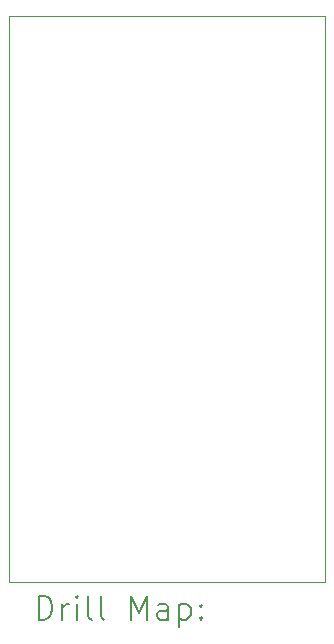
<source format=gbr>
%TF.GenerationSoftware,KiCad,Pcbnew,7.0.8*%
%TF.CreationDate,2023-10-19T11:53:00-06:00*%
%TF.ProjectId,air_station_1v5,6169725f-7374-4617-9469-6f6e5f317635,rev?*%
%TF.SameCoordinates,Original*%
%TF.FileFunction,Drillmap*%
%TF.FilePolarity,Positive*%
%FSLAX45Y45*%
G04 Gerber Fmt 4.5, Leading zero omitted, Abs format (unit mm)*
G04 Created by KiCad (PCBNEW 7.0.8) date 2023-10-19 11:53:00*
%MOMM*%
%LPD*%
G01*
G04 APERTURE LIST*
%ADD10C,0.100000*%
%ADD11C,0.200000*%
G04 APERTURE END LIST*
D10*
X7589500Y-5266328D02*
X10272500Y-5266328D01*
X10272500Y-10060000D01*
X7589500Y-10060000D01*
X7589500Y-5266328D01*
D11*
X7845277Y-10376484D02*
X7845277Y-10176484D01*
X7845277Y-10176484D02*
X7892896Y-10176484D01*
X7892896Y-10176484D02*
X7921467Y-10186008D01*
X7921467Y-10186008D02*
X7940515Y-10205055D01*
X7940515Y-10205055D02*
X7950039Y-10224103D01*
X7950039Y-10224103D02*
X7959562Y-10262198D01*
X7959562Y-10262198D02*
X7959562Y-10290770D01*
X7959562Y-10290770D02*
X7950039Y-10328865D01*
X7950039Y-10328865D02*
X7940515Y-10347912D01*
X7940515Y-10347912D02*
X7921467Y-10366960D01*
X7921467Y-10366960D02*
X7892896Y-10376484D01*
X7892896Y-10376484D02*
X7845277Y-10376484D01*
X8045277Y-10376484D02*
X8045277Y-10243150D01*
X8045277Y-10281246D02*
X8054801Y-10262198D01*
X8054801Y-10262198D02*
X8064324Y-10252674D01*
X8064324Y-10252674D02*
X8083372Y-10243150D01*
X8083372Y-10243150D02*
X8102420Y-10243150D01*
X8169086Y-10376484D02*
X8169086Y-10243150D01*
X8169086Y-10176484D02*
X8159562Y-10186008D01*
X8159562Y-10186008D02*
X8169086Y-10195531D01*
X8169086Y-10195531D02*
X8178610Y-10186008D01*
X8178610Y-10186008D02*
X8169086Y-10176484D01*
X8169086Y-10176484D02*
X8169086Y-10195531D01*
X8292896Y-10376484D02*
X8273848Y-10366960D01*
X8273848Y-10366960D02*
X8264324Y-10347912D01*
X8264324Y-10347912D02*
X8264324Y-10176484D01*
X8397658Y-10376484D02*
X8378610Y-10366960D01*
X8378610Y-10366960D02*
X8369086Y-10347912D01*
X8369086Y-10347912D02*
X8369086Y-10176484D01*
X8626229Y-10376484D02*
X8626229Y-10176484D01*
X8626229Y-10176484D02*
X8692896Y-10319341D01*
X8692896Y-10319341D02*
X8759563Y-10176484D01*
X8759563Y-10176484D02*
X8759563Y-10376484D01*
X8940515Y-10376484D02*
X8940515Y-10271722D01*
X8940515Y-10271722D02*
X8930991Y-10252674D01*
X8930991Y-10252674D02*
X8911944Y-10243150D01*
X8911944Y-10243150D02*
X8873848Y-10243150D01*
X8873848Y-10243150D02*
X8854801Y-10252674D01*
X8940515Y-10366960D02*
X8921467Y-10376484D01*
X8921467Y-10376484D02*
X8873848Y-10376484D01*
X8873848Y-10376484D02*
X8854801Y-10366960D01*
X8854801Y-10366960D02*
X8845277Y-10347912D01*
X8845277Y-10347912D02*
X8845277Y-10328865D01*
X8845277Y-10328865D02*
X8854801Y-10309817D01*
X8854801Y-10309817D02*
X8873848Y-10300293D01*
X8873848Y-10300293D02*
X8921467Y-10300293D01*
X8921467Y-10300293D02*
X8940515Y-10290770D01*
X9035753Y-10243150D02*
X9035753Y-10443150D01*
X9035753Y-10252674D02*
X9054801Y-10243150D01*
X9054801Y-10243150D02*
X9092896Y-10243150D01*
X9092896Y-10243150D02*
X9111944Y-10252674D01*
X9111944Y-10252674D02*
X9121467Y-10262198D01*
X9121467Y-10262198D02*
X9130991Y-10281246D01*
X9130991Y-10281246D02*
X9130991Y-10338389D01*
X9130991Y-10338389D02*
X9121467Y-10357436D01*
X9121467Y-10357436D02*
X9111944Y-10366960D01*
X9111944Y-10366960D02*
X9092896Y-10376484D01*
X9092896Y-10376484D02*
X9054801Y-10376484D01*
X9054801Y-10376484D02*
X9035753Y-10366960D01*
X9216705Y-10357436D02*
X9226229Y-10366960D01*
X9226229Y-10366960D02*
X9216705Y-10376484D01*
X9216705Y-10376484D02*
X9207182Y-10366960D01*
X9207182Y-10366960D02*
X9216705Y-10357436D01*
X9216705Y-10357436D02*
X9216705Y-10376484D01*
X9216705Y-10252674D02*
X9226229Y-10262198D01*
X9226229Y-10262198D02*
X9216705Y-10271722D01*
X9216705Y-10271722D02*
X9207182Y-10262198D01*
X9207182Y-10262198D02*
X9216705Y-10252674D01*
X9216705Y-10252674D02*
X9216705Y-10271722D01*
M02*

</source>
